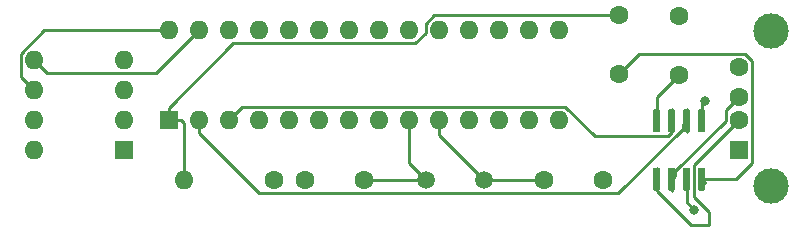
<source format=gtl>
G04 #@! TF.GenerationSoftware,KiCad,Pcbnew,5.1.5*
G04 #@! TF.CreationDate,2020-02-20T08:26:26-05:00*
G04 #@! TF.ProjectId,bluefish-hardware,626c7565-6669-4736-982d-686172647761,rev?*
G04 #@! TF.SameCoordinates,Original*
G04 #@! TF.FileFunction,Copper,L1,Top*
G04 #@! TF.FilePolarity,Positive*
%FSLAX46Y46*%
G04 Gerber Fmt 4.6, Leading zero omitted, Abs format (unit mm)*
G04 Created by KiCad (PCBNEW 5.1.5) date 2020-02-20 08:26:26*
%MOMM*%
%LPD*%
G04 APERTURE LIST*
%ADD10C,0.100000*%
%ADD11C,1.600000*%
%ADD12C,3.000000*%
%ADD13R,1.600000X1.600000*%
%ADD14O,1.600000X1.600000*%
%ADD15C,1.500000*%
%ADD16C,0.800000*%
%ADD17C,0.250000*%
G04 APERTURE END LIST*
G04 #@! TA.AperFunction,SMDPad,CuDef*
D10*
G36*
X187489703Y-100560722D02*
G01*
X187504264Y-100562882D01*
X187518543Y-100566459D01*
X187532403Y-100571418D01*
X187545710Y-100577712D01*
X187558336Y-100585280D01*
X187570159Y-100594048D01*
X187581066Y-100603934D01*
X187590952Y-100614841D01*
X187599720Y-100626664D01*
X187607288Y-100639290D01*
X187613582Y-100652597D01*
X187618541Y-100666457D01*
X187622118Y-100680736D01*
X187624278Y-100695297D01*
X187625000Y-100710000D01*
X187625000Y-102360000D01*
X187624278Y-102374703D01*
X187622118Y-102389264D01*
X187618541Y-102403543D01*
X187613582Y-102417403D01*
X187607288Y-102430710D01*
X187599720Y-102443336D01*
X187590952Y-102455159D01*
X187581066Y-102466066D01*
X187570159Y-102475952D01*
X187558336Y-102484720D01*
X187545710Y-102492288D01*
X187532403Y-102498582D01*
X187518543Y-102503541D01*
X187504264Y-102507118D01*
X187489703Y-102509278D01*
X187475000Y-102510000D01*
X187175000Y-102510000D01*
X187160297Y-102509278D01*
X187145736Y-102507118D01*
X187131457Y-102503541D01*
X187117597Y-102498582D01*
X187104290Y-102492288D01*
X187091664Y-102484720D01*
X187079841Y-102475952D01*
X187068934Y-102466066D01*
X187059048Y-102455159D01*
X187050280Y-102443336D01*
X187042712Y-102430710D01*
X187036418Y-102417403D01*
X187031459Y-102403543D01*
X187027882Y-102389264D01*
X187025722Y-102374703D01*
X187025000Y-102360000D01*
X187025000Y-100710000D01*
X187025722Y-100695297D01*
X187027882Y-100680736D01*
X187031459Y-100666457D01*
X187036418Y-100652597D01*
X187042712Y-100639290D01*
X187050280Y-100626664D01*
X187059048Y-100614841D01*
X187068934Y-100603934D01*
X187079841Y-100594048D01*
X187091664Y-100585280D01*
X187104290Y-100577712D01*
X187117597Y-100571418D01*
X187131457Y-100566459D01*
X187145736Y-100562882D01*
X187160297Y-100560722D01*
X187175000Y-100560000D01*
X187475000Y-100560000D01*
X187489703Y-100560722D01*
G37*
G04 #@! TD.AperFunction*
G04 #@! TA.AperFunction,SMDPad,CuDef*
G36*
X188759703Y-100560722D02*
G01*
X188774264Y-100562882D01*
X188788543Y-100566459D01*
X188802403Y-100571418D01*
X188815710Y-100577712D01*
X188828336Y-100585280D01*
X188840159Y-100594048D01*
X188851066Y-100603934D01*
X188860952Y-100614841D01*
X188869720Y-100626664D01*
X188877288Y-100639290D01*
X188883582Y-100652597D01*
X188888541Y-100666457D01*
X188892118Y-100680736D01*
X188894278Y-100695297D01*
X188895000Y-100710000D01*
X188895000Y-102360000D01*
X188894278Y-102374703D01*
X188892118Y-102389264D01*
X188888541Y-102403543D01*
X188883582Y-102417403D01*
X188877288Y-102430710D01*
X188869720Y-102443336D01*
X188860952Y-102455159D01*
X188851066Y-102466066D01*
X188840159Y-102475952D01*
X188828336Y-102484720D01*
X188815710Y-102492288D01*
X188802403Y-102498582D01*
X188788543Y-102503541D01*
X188774264Y-102507118D01*
X188759703Y-102509278D01*
X188745000Y-102510000D01*
X188445000Y-102510000D01*
X188430297Y-102509278D01*
X188415736Y-102507118D01*
X188401457Y-102503541D01*
X188387597Y-102498582D01*
X188374290Y-102492288D01*
X188361664Y-102484720D01*
X188349841Y-102475952D01*
X188338934Y-102466066D01*
X188329048Y-102455159D01*
X188320280Y-102443336D01*
X188312712Y-102430710D01*
X188306418Y-102417403D01*
X188301459Y-102403543D01*
X188297882Y-102389264D01*
X188295722Y-102374703D01*
X188295000Y-102360000D01*
X188295000Y-100710000D01*
X188295722Y-100695297D01*
X188297882Y-100680736D01*
X188301459Y-100666457D01*
X188306418Y-100652597D01*
X188312712Y-100639290D01*
X188320280Y-100626664D01*
X188329048Y-100614841D01*
X188338934Y-100603934D01*
X188349841Y-100594048D01*
X188361664Y-100585280D01*
X188374290Y-100577712D01*
X188387597Y-100571418D01*
X188401457Y-100566459D01*
X188415736Y-100562882D01*
X188430297Y-100560722D01*
X188445000Y-100560000D01*
X188745000Y-100560000D01*
X188759703Y-100560722D01*
G37*
G04 #@! TD.AperFunction*
G04 #@! TA.AperFunction,SMDPad,CuDef*
G36*
X190029703Y-100560722D02*
G01*
X190044264Y-100562882D01*
X190058543Y-100566459D01*
X190072403Y-100571418D01*
X190085710Y-100577712D01*
X190098336Y-100585280D01*
X190110159Y-100594048D01*
X190121066Y-100603934D01*
X190130952Y-100614841D01*
X190139720Y-100626664D01*
X190147288Y-100639290D01*
X190153582Y-100652597D01*
X190158541Y-100666457D01*
X190162118Y-100680736D01*
X190164278Y-100695297D01*
X190165000Y-100710000D01*
X190165000Y-102360000D01*
X190164278Y-102374703D01*
X190162118Y-102389264D01*
X190158541Y-102403543D01*
X190153582Y-102417403D01*
X190147288Y-102430710D01*
X190139720Y-102443336D01*
X190130952Y-102455159D01*
X190121066Y-102466066D01*
X190110159Y-102475952D01*
X190098336Y-102484720D01*
X190085710Y-102492288D01*
X190072403Y-102498582D01*
X190058543Y-102503541D01*
X190044264Y-102507118D01*
X190029703Y-102509278D01*
X190015000Y-102510000D01*
X189715000Y-102510000D01*
X189700297Y-102509278D01*
X189685736Y-102507118D01*
X189671457Y-102503541D01*
X189657597Y-102498582D01*
X189644290Y-102492288D01*
X189631664Y-102484720D01*
X189619841Y-102475952D01*
X189608934Y-102466066D01*
X189599048Y-102455159D01*
X189590280Y-102443336D01*
X189582712Y-102430710D01*
X189576418Y-102417403D01*
X189571459Y-102403543D01*
X189567882Y-102389264D01*
X189565722Y-102374703D01*
X189565000Y-102360000D01*
X189565000Y-100710000D01*
X189565722Y-100695297D01*
X189567882Y-100680736D01*
X189571459Y-100666457D01*
X189576418Y-100652597D01*
X189582712Y-100639290D01*
X189590280Y-100626664D01*
X189599048Y-100614841D01*
X189608934Y-100603934D01*
X189619841Y-100594048D01*
X189631664Y-100585280D01*
X189644290Y-100577712D01*
X189657597Y-100571418D01*
X189671457Y-100566459D01*
X189685736Y-100562882D01*
X189700297Y-100560722D01*
X189715000Y-100560000D01*
X190015000Y-100560000D01*
X190029703Y-100560722D01*
G37*
G04 #@! TD.AperFunction*
G04 #@! TA.AperFunction,SMDPad,CuDef*
G36*
X191299703Y-100560722D02*
G01*
X191314264Y-100562882D01*
X191328543Y-100566459D01*
X191342403Y-100571418D01*
X191355710Y-100577712D01*
X191368336Y-100585280D01*
X191380159Y-100594048D01*
X191391066Y-100603934D01*
X191400952Y-100614841D01*
X191409720Y-100626664D01*
X191417288Y-100639290D01*
X191423582Y-100652597D01*
X191428541Y-100666457D01*
X191432118Y-100680736D01*
X191434278Y-100695297D01*
X191435000Y-100710000D01*
X191435000Y-102360000D01*
X191434278Y-102374703D01*
X191432118Y-102389264D01*
X191428541Y-102403543D01*
X191423582Y-102417403D01*
X191417288Y-102430710D01*
X191409720Y-102443336D01*
X191400952Y-102455159D01*
X191391066Y-102466066D01*
X191380159Y-102475952D01*
X191368336Y-102484720D01*
X191355710Y-102492288D01*
X191342403Y-102498582D01*
X191328543Y-102503541D01*
X191314264Y-102507118D01*
X191299703Y-102509278D01*
X191285000Y-102510000D01*
X190985000Y-102510000D01*
X190970297Y-102509278D01*
X190955736Y-102507118D01*
X190941457Y-102503541D01*
X190927597Y-102498582D01*
X190914290Y-102492288D01*
X190901664Y-102484720D01*
X190889841Y-102475952D01*
X190878934Y-102466066D01*
X190869048Y-102455159D01*
X190860280Y-102443336D01*
X190852712Y-102430710D01*
X190846418Y-102417403D01*
X190841459Y-102403543D01*
X190837882Y-102389264D01*
X190835722Y-102374703D01*
X190835000Y-102360000D01*
X190835000Y-100710000D01*
X190835722Y-100695297D01*
X190837882Y-100680736D01*
X190841459Y-100666457D01*
X190846418Y-100652597D01*
X190852712Y-100639290D01*
X190860280Y-100626664D01*
X190869048Y-100614841D01*
X190878934Y-100603934D01*
X190889841Y-100594048D01*
X190901664Y-100585280D01*
X190914290Y-100577712D01*
X190927597Y-100571418D01*
X190941457Y-100566459D01*
X190955736Y-100562882D01*
X190970297Y-100560722D01*
X190985000Y-100560000D01*
X191285000Y-100560000D01*
X191299703Y-100560722D01*
G37*
G04 #@! TD.AperFunction*
G04 #@! TA.AperFunction,SMDPad,CuDef*
G36*
X191299703Y-95610722D02*
G01*
X191314264Y-95612882D01*
X191328543Y-95616459D01*
X191342403Y-95621418D01*
X191355710Y-95627712D01*
X191368336Y-95635280D01*
X191380159Y-95644048D01*
X191391066Y-95653934D01*
X191400952Y-95664841D01*
X191409720Y-95676664D01*
X191417288Y-95689290D01*
X191423582Y-95702597D01*
X191428541Y-95716457D01*
X191432118Y-95730736D01*
X191434278Y-95745297D01*
X191435000Y-95760000D01*
X191435000Y-97410000D01*
X191434278Y-97424703D01*
X191432118Y-97439264D01*
X191428541Y-97453543D01*
X191423582Y-97467403D01*
X191417288Y-97480710D01*
X191409720Y-97493336D01*
X191400952Y-97505159D01*
X191391066Y-97516066D01*
X191380159Y-97525952D01*
X191368336Y-97534720D01*
X191355710Y-97542288D01*
X191342403Y-97548582D01*
X191328543Y-97553541D01*
X191314264Y-97557118D01*
X191299703Y-97559278D01*
X191285000Y-97560000D01*
X190985000Y-97560000D01*
X190970297Y-97559278D01*
X190955736Y-97557118D01*
X190941457Y-97553541D01*
X190927597Y-97548582D01*
X190914290Y-97542288D01*
X190901664Y-97534720D01*
X190889841Y-97525952D01*
X190878934Y-97516066D01*
X190869048Y-97505159D01*
X190860280Y-97493336D01*
X190852712Y-97480710D01*
X190846418Y-97467403D01*
X190841459Y-97453543D01*
X190837882Y-97439264D01*
X190835722Y-97424703D01*
X190835000Y-97410000D01*
X190835000Y-95760000D01*
X190835722Y-95745297D01*
X190837882Y-95730736D01*
X190841459Y-95716457D01*
X190846418Y-95702597D01*
X190852712Y-95689290D01*
X190860280Y-95676664D01*
X190869048Y-95664841D01*
X190878934Y-95653934D01*
X190889841Y-95644048D01*
X190901664Y-95635280D01*
X190914290Y-95627712D01*
X190927597Y-95621418D01*
X190941457Y-95616459D01*
X190955736Y-95612882D01*
X190970297Y-95610722D01*
X190985000Y-95610000D01*
X191285000Y-95610000D01*
X191299703Y-95610722D01*
G37*
G04 #@! TD.AperFunction*
G04 #@! TA.AperFunction,SMDPad,CuDef*
G36*
X190029703Y-95610722D02*
G01*
X190044264Y-95612882D01*
X190058543Y-95616459D01*
X190072403Y-95621418D01*
X190085710Y-95627712D01*
X190098336Y-95635280D01*
X190110159Y-95644048D01*
X190121066Y-95653934D01*
X190130952Y-95664841D01*
X190139720Y-95676664D01*
X190147288Y-95689290D01*
X190153582Y-95702597D01*
X190158541Y-95716457D01*
X190162118Y-95730736D01*
X190164278Y-95745297D01*
X190165000Y-95760000D01*
X190165000Y-97410000D01*
X190164278Y-97424703D01*
X190162118Y-97439264D01*
X190158541Y-97453543D01*
X190153582Y-97467403D01*
X190147288Y-97480710D01*
X190139720Y-97493336D01*
X190130952Y-97505159D01*
X190121066Y-97516066D01*
X190110159Y-97525952D01*
X190098336Y-97534720D01*
X190085710Y-97542288D01*
X190072403Y-97548582D01*
X190058543Y-97553541D01*
X190044264Y-97557118D01*
X190029703Y-97559278D01*
X190015000Y-97560000D01*
X189715000Y-97560000D01*
X189700297Y-97559278D01*
X189685736Y-97557118D01*
X189671457Y-97553541D01*
X189657597Y-97548582D01*
X189644290Y-97542288D01*
X189631664Y-97534720D01*
X189619841Y-97525952D01*
X189608934Y-97516066D01*
X189599048Y-97505159D01*
X189590280Y-97493336D01*
X189582712Y-97480710D01*
X189576418Y-97467403D01*
X189571459Y-97453543D01*
X189567882Y-97439264D01*
X189565722Y-97424703D01*
X189565000Y-97410000D01*
X189565000Y-95760000D01*
X189565722Y-95745297D01*
X189567882Y-95730736D01*
X189571459Y-95716457D01*
X189576418Y-95702597D01*
X189582712Y-95689290D01*
X189590280Y-95676664D01*
X189599048Y-95664841D01*
X189608934Y-95653934D01*
X189619841Y-95644048D01*
X189631664Y-95635280D01*
X189644290Y-95627712D01*
X189657597Y-95621418D01*
X189671457Y-95616459D01*
X189685736Y-95612882D01*
X189700297Y-95610722D01*
X189715000Y-95610000D01*
X190015000Y-95610000D01*
X190029703Y-95610722D01*
G37*
G04 #@! TD.AperFunction*
G04 #@! TA.AperFunction,SMDPad,CuDef*
G36*
X188759703Y-95610722D02*
G01*
X188774264Y-95612882D01*
X188788543Y-95616459D01*
X188802403Y-95621418D01*
X188815710Y-95627712D01*
X188828336Y-95635280D01*
X188840159Y-95644048D01*
X188851066Y-95653934D01*
X188860952Y-95664841D01*
X188869720Y-95676664D01*
X188877288Y-95689290D01*
X188883582Y-95702597D01*
X188888541Y-95716457D01*
X188892118Y-95730736D01*
X188894278Y-95745297D01*
X188895000Y-95760000D01*
X188895000Y-97410000D01*
X188894278Y-97424703D01*
X188892118Y-97439264D01*
X188888541Y-97453543D01*
X188883582Y-97467403D01*
X188877288Y-97480710D01*
X188869720Y-97493336D01*
X188860952Y-97505159D01*
X188851066Y-97516066D01*
X188840159Y-97525952D01*
X188828336Y-97534720D01*
X188815710Y-97542288D01*
X188802403Y-97548582D01*
X188788543Y-97553541D01*
X188774264Y-97557118D01*
X188759703Y-97559278D01*
X188745000Y-97560000D01*
X188445000Y-97560000D01*
X188430297Y-97559278D01*
X188415736Y-97557118D01*
X188401457Y-97553541D01*
X188387597Y-97548582D01*
X188374290Y-97542288D01*
X188361664Y-97534720D01*
X188349841Y-97525952D01*
X188338934Y-97516066D01*
X188329048Y-97505159D01*
X188320280Y-97493336D01*
X188312712Y-97480710D01*
X188306418Y-97467403D01*
X188301459Y-97453543D01*
X188297882Y-97439264D01*
X188295722Y-97424703D01*
X188295000Y-97410000D01*
X188295000Y-95760000D01*
X188295722Y-95745297D01*
X188297882Y-95730736D01*
X188301459Y-95716457D01*
X188306418Y-95702597D01*
X188312712Y-95689290D01*
X188320280Y-95676664D01*
X188329048Y-95664841D01*
X188338934Y-95653934D01*
X188349841Y-95644048D01*
X188361664Y-95635280D01*
X188374290Y-95627712D01*
X188387597Y-95621418D01*
X188401457Y-95616459D01*
X188415736Y-95612882D01*
X188430297Y-95610722D01*
X188445000Y-95610000D01*
X188745000Y-95610000D01*
X188759703Y-95610722D01*
G37*
G04 #@! TD.AperFunction*
G04 #@! TA.AperFunction,SMDPad,CuDef*
G36*
X187489703Y-95610722D02*
G01*
X187504264Y-95612882D01*
X187518543Y-95616459D01*
X187532403Y-95621418D01*
X187545710Y-95627712D01*
X187558336Y-95635280D01*
X187570159Y-95644048D01*
X187581066Y-95653934D01*
X187590952Y-95664841D01*
X187599720Y-95676664D01*
X187607288Y-95689290D01*
X187613582Y-95702597D01*
X187618541Y-95716457D01*
X187622118Y-95730736D01*
X187624278Y-95745297D01*
X187625000Y-95760000D01*
X187625000Y-97410000D01*
X187624278Y-97424703D01*
X187622118Y-97439264D01*
X187618541Y-97453543D01*
X187613582Y-97467403D01*
X187607288Y-97480710D01*
X187599720Y-97493336D01*
X187590952Y-97505159D01*
X187581066Y-97516066D01*
X187570159Y-97525952D01*
X187558336Y-97534720D01*
X187545710Y-97542288D01*
X187532403Y-97548582D01*
X187518543Y-97553541D01*
X187504264Y-97557118D01*
X187489703Y-97559278D01*
X187475000Y-97560000D01*
X187175000Y-97560000D01*
X187160297Y-97559278D01*
X187145736Y-97557118D01*
X187131457Y-97553541D01*
X187117597Y-97548582D01*
X187104290Y-97542288D01*
X187091664Y-97534720D01*
X187079841Y-97525952D01*
X187068934Y-97516066D01*
X187059048Y-97505159D01*
X187050280Y-97493336D01*
X187042712Y-97480710D01*
X187036418Y-97467403D01*
X187031459Y-97453543D01*
X187027882Y-97439264D01*
X187025722Y-97424703D01*
X187025000Y-97410000D01*
X187025000Y-95760000D01*
X187025722Y-95745297D01*
X187027882Y-95730736D01*
X187031459Y-95716457D01*
X187036418Y-95702597D01*
X187042712Y-95689290D01*
X187050280Y-95676664D01*
X187059048Y-95664841D01*
X187068934Y-95653934D01*
X187079841Y-95644048D01*
X187091664Y-95635280D01*
X187104290Y-95627712D01*
X187117597Y-95621418D01*
X187131457Y-95616459D01*
X187145736Y-95612882D01*
X187160297Y-95610722D01*
X187175000Y-95610000D01*
X187475000Y-95610000D01*
X187489703Y-95610722D01*
G37*
G04 #@! TD.AperFunction*
D11*
X184150000Y-87630000D03*
X184150000Y-92630000D03*
X157560000Y-101600000D03*
X162560000Y-101600000D03*
X177800000Y-101600000D03*
X182800000Y-101600000D03*
X189230000Y-87710000D03*
X189230000Y-92710000D03*
D12*
X197020000Y-88990000D03*
X197020000Y-102130000D03*
D13*
X194310000Y-99060000D03*
D11*
X194310000Y-96560000D03*
X194310000Y-94560000D03*
X194310000Y-92060000D03*
X154940000Y-101600000D03*
D14*
X147320000Y-101600000D03*
D13*
X146050000Y-96520000D03*
D14*
X179070000Y-88900000D03*
X148590000Y-96520000D03*
X176530000Y-88900000D03*
X151130000Y-96520000D03*
X173990000Y-88900000D03*
X153670000Y-96520000D03*
X171450000Y-88900000D03*
X156210000Y-96520000D03*
X168910000Y-88900000D03*
X158750000Y-96520000D03*
X166370000Y-88900000D03*
X161290000Y-96520000D03*
X163830000Y-88900000D03*
X163830000Y-96520000D03*
X161290000Y-88900000D03*
X166370000Y-96520000D03*
X158750000Y-88900000D03*
X168910000Y-96520000D03*
X156210000Y-88900000D03*
X171450000Y-96520000D03*
X153670000Y-88900000D03*
X173990000Y-96520000D03*
X151130000Y-88900000D03*
X176530000Y-96520000D03*
X148590000Y-88900000D03*
X179070000Y-96520000D03*
X146050000Y-88900000D03*
D13*
X142240000Y-99060000D03*
D14*
X134620000Y-91440000D03*
X142240000Y-96520000D03*
X134620000Y-93980000D03*
X142240000Y-93980000D03*
X134620000Y-96520000D03*
X142240000Y-91440000D03*
X134620000Y-99060000D03*
D15*
X172720000Y-101600000D03*
X167840000Y-101600000D03*
D16*
X190500000Y-104140000D03*
X191445000Y-94925000D03*
D17*
X147100000Y-96520000D02*
X146050000Y-96520000D01*
X147320000Y-96740000D02*
X147100000Y-96520000D01*
X147320000Y-101600000D02*
X147320000Y-96740000D01*
X168514998Y-87630000D02*
X183018630Y-87630000D01*
X183018630Y-87630000D02*
X184150000Y-87630000D01*
X167784999Y-88359999D02*
X168514998Y-87630000D01*
X166910001Y-90025001D02*
X167784999Y-89150003D01*
X167784999Y-89150003D02*
X167784999Y-88359999D01*
X151494999Y-90025001D02*
X166910001Y-90025001D01*
X146050000Y-95470000D02*
X151494999Y-90025001D01*
X146050000Y-96520000D02*
X146050000Y-95470000D01*
X191435000Y-101835000D02*
X191135000Y-101535000D01*
X185845001Y-90934999D02*
X194850001Y-90934999D01*
X184150000Y-92630000D02*
X185845001Y-90934999D01*
X191435000Y-101535000D02*
X191135000Y-101535000D01*
X194020002Y-101535000D02*
X191435000Y-101535000D01*
X195435001Y-100120001D02*
X194020002Y-101535000D01*
X195435001Y-91519999D02*
X195435001Y-100120001D01*
X194850001Y-90934999D02*
X195435001Y-91519999D01*
X189865000Y-103505000D02*
X190500000Y-104140000D01*
X189865000Y-101535000D02*
X189865000Y-103505000D01*
X166370000Y-100130000D02*
X167840000Y-101600000D01*
X166370000Y-96520000D02*
X166370000Y-100130000D01*
X167840000Y-101600000D02*
X162560000Y-101600000D01*
X177800000Y-101600000D02*
X172720000Y-101600000D01*
X168910000Y-97790000D02*
X172720000Y-101600000D01*
X168910000Y-96520000D02*
X168910000Y-97790000D01*
X187325000Y-94615000D02*
X187325000Y-96585000D01*
X189230000Y-92710000D02*
X187325000Y-94615000D01*
X187325000Y-100560000D02*
X187325000Y-101535000D01*
X190509990Y-103076988D02*
X191770000Y-104336998D01*
X194310000Y-96560000D02*
X190509990Y-100360010D01*
X190509990Y-100360010D02*
X190509990Y-103076988D01*
X191770000Y-104336998D02*
X191770000Y-105410000D01*
X187325000Y-102510000D02*
X187325000Y-101535000D01*
X190225000Y-105410000D02*
X187325000Y-102510000D01*
X191770000Y-105410000D02*
X190225000Y-105410000D01*
X188595000Y-102510000D02*
X188595000Y-101535000D01*
X188895000Y-101235000D02*
X188595000Y-101535000D01*
X193184999Y-95685001D02*
X193184999Y-96568233D01*
X188895000Y-100858232D02*
X188895000Y-101235000D01*
X193184999Y-96568233D02*
X188895000Y-100858232D01*
X194310000Y-94560000D02*
X193184999Y-95685001D01*
X191135000Y-95235000D02*
X191445000Y-94925000D01*
X191135000Y-96585000D02*
X191135000Y-95235000D01*
X189865000Y-96585000D02*
X189865000Y-95610000D01*
X189865000Y-96585000D02*
X189865000Y-97560000D01*
X148590000Y-97651370D02*
X148590000Y-96520000D01*
X153663631Y-102725001D02*
X148590000Y-97651370D01*
X184101767Y-102725001D02*
X153663631Y-102725001D01*
X189565000Y-97261768D02*
X184101767Y-102725001D01*
X189565000Y-96885000D02*
X189565000Y-97261768D01*
X189865000Y-96585000D02*
X189565000Y-96885000D01*
X188595000Y-95610000D02*
X188595000Y-96585000D01*
X152255001Y-95394999D02*
X151929999Y-95720001D01*
X179610001Y-95394999D02*
X152255001Y-95394999D01*
X182100012Y-97885010D02*
X179610001Y-95394999D01*
X151929999Y-95720001D02*
X151130000Y-96520000D01*
X188269990Y-97885010D02*
X182100012Y-97885010D01*
X188595000Y-97560000D02*
X188269990Y-97885010D01*
X188595000Y-96585000D02*
X188595000Y-97560000D01*
X147790001Y-89699999D02*
X148590000Y-88900000D01*
X144924999Y-92565001D02*
X147790001Y-89699999D01*
X135745001Y-92565001D02*
X144924999Y-92565001D01*
X134620000Y-91440000D02*
X135745001Y-92565001D01*
X144918630Y-88900000D02*
X146050000Y-88900000D01*
X135494998Y-88900000D02*
X144918630Y-88900000D01*
X133494999Y-90899999D02*
X135494998Y-88900000D01*
X133494999Y-92854999D02*
X133494999Y-90899999D01*
X134620000Y-93980000D02*
X133494999Y-92854999D01*
M02*

</source>
